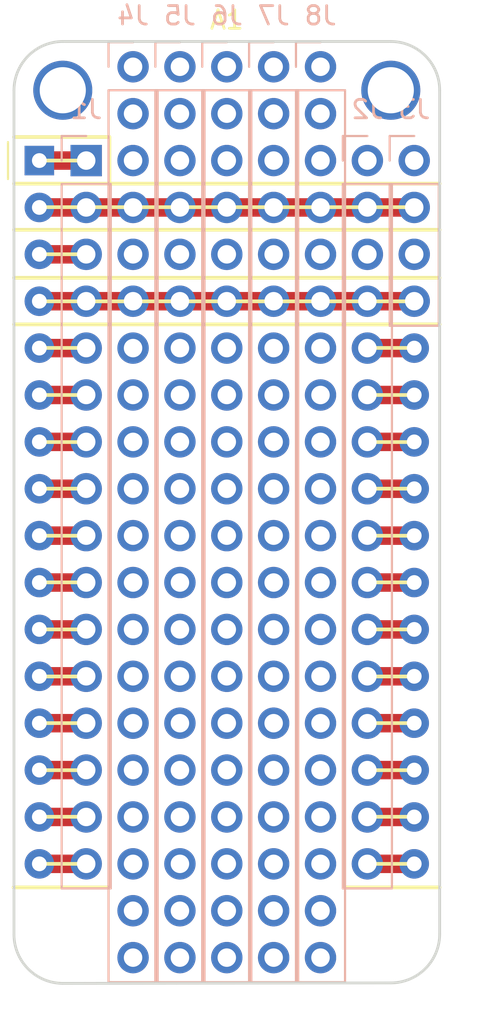
<source format=kicad_pcb>
(kicad_pcb (version 20171130) (host pcbnew 5.0.2-bee76a0~70~ubuntu18.04.1)

  (general
    (thickness 1.6)
    (drawings 46)
    (tracks 38)
    (zones 0)
    (modules 9)
    (nets 29)
  )

  (page A4)
  (layers
    (0 F.Cu signal)
    (31 B.Cu signal)
    (32 B.Adhes user)
    (33 F.Adhes user)
    (34 B.Paste user)
    (35 F.Paste user)
    (36 B.SilkS user)
    (37 F.SilkS user)
    (38 B.Mask user)
    (39 F.Mask user)
    (40 Dwgs.User user)
    (41 Cmts.User user)
    (42 Eco1.User user)
    (43 Eco2.User user)
    (44 Edge.Cuts user)
    (45 Margin user)
    (46 B.CrtYd user)
    (47 F.CrtYd user)
    (48 B.Fab user)
    (49 F.Fab user)
  )

  (setup
    (last_trace_width 1)
    (user_trace_width 1)
    (trace_clearance 0.2)
    (zone_clearance 0.508)
    (zone_45_only no)
    (trace_min 0.2)
    (segment_width 0.2)
    (edge_width 0.15)
    (via_size 0.8)
    (via_drill 0.4)
    (via_min_size 0.4)
    (via_min_drill 0.3)
    (uvia_size 0.3)
    (uvia_drill 0.1)
    (uvias_allowed no)
    (uvia_min_size 0.2)
    (uvia_min_drill 0.1)
    (pcb_text_width 0.3)
    (pcb_text_size 1.5 1.5)
    (mod_edge_width 0.15)
    (mod_text_size 1 1)
    (mod_text_width 0.15)
    (pad_size 1.7 1.7)
    (pad_drill 1)
    (pad_to_mask_clearance 0.051)
    (solder_mask_min_width 0.25)
    (aux_axis_origin 0 0)
    (visible_elements FFFFFF7F)
    (pcbplotparams
      (layerselection 0x010ec_ffffffff)
      (usegerberextensions false)
      (usegerberattributes false)
      (usegerberadvancedattributes false)
      (creategerberjobfile false)
      (excludeedgelayer true)
      (linewidth 0.100000)
      (plotframeref false)
      (viasonmask false)
      (mode 1)
      (useauxorigin false)
      (hpglpennumber 1)
      (hpglpenspeed 20)
      (hpglpendiameter 15.000000)
      (psnegative false)
      (psa4output false)
      (plotreference false)
      (plotvalue false)
      (plotinvisibletext false)
      (padsonsilk false)
      (subtractmaskfromsilk false)
      (outputformat 1)
      (mirror false)
      (drillshape 0)
      (scaleselection 1)
      (outputdirectory "gerber/"))
  )

  (net 0 "")
  (net 1 /SPARE)
  (net 2 /TX)
  (net 3 /RX)
  (net 4 /MISO)
  (net 5 /MOSI)
  (net 6 /SCK)
  (net 7 /A5)
  (net 8 /A4)
  (net 9 /A3)
  (net 10 /A2)
  (net 11 /A1)
  (net 12 /A0)
  (net 13 GNDD)
  (net 14 /AREF)
  (net 15 +3V3)
  (net 16 /~RESET)
  (net 17 +BATT)
  (net 18 /EN)
  (net 19 VBUS)
  (net 20 /D6)
  (net 21 /D5)
  (net 22 /D4)
  (net 23 /D3)
  (net 24 /D2)
  (net 25 /D1)
  (net 26 /D0)
  (net 27 /SCL)
  (net 28 /SDA)

  (net_class Default "This is the default net class."
    (clearance 0.2)
    (trace_width 0.25)
    (via_dia 0.8)
    (via_drill 0.4)
    (uvia_dia 0.3)
    (uvia_drill 0.1)
    (add_net +3V3)
    (add_net +BATT)
    (add_net /A0)
    (add_net /A1)
    (add_net /A2)
    (add_net /A3)
    (add_net /A4)
    (add_net /A5)
    (add_net /AREF)
    (add_net /D0)
    (add_net /D1)
    (add_net /D2)
    (add_net /D3)
    (add_net /D4)
    (add_net /D5)
    (add_net /D6)
    (add_net /EN)
    (add_net /MISO)
    (add_net /MOSI)
    (add_net /RX)
    (add_net /SCK)
    (add_net /SCL)
    (add_net /SDA)
    (add_net /SPARE)
    (add_net /TX)
    (add_net /~RESET)
    (add_net GNDD)
    (add_net VBUS)
  )

  (module Module:Adafruit_Feather_WithMountingHoles (layer F.Cu) (tedit 5F74A135) (tstamp 6147D768)
    (at 100 70)
    (descr "Common footprint for the Adafruit Feather series of boards, https://learn.adafruit.com/adafruit-feather/feather-specification")
    (tags "Adafruit Feather")
    (path /61389DC7)
    (fp_text reference A1 (at 10.16 -7.62) (layer F.SilkS)
      (effects (font (size 1 1) (thickness 0.15)))
    )
    (fp_text value Adafruit_Feather_Generic (at 10.16 45.72 180) (layer F.Fab)
      (effects (font (size 1 1) (thickness 0.15)))
    )
    (fp_line (start -0.381 0) (end -1.27 0.889) (layer F.Fab) (width 0.1))
    (fp_line (start -1.27 -0.889) (end -0.381 0) (layer F.Fab) (width 0.1))
    (fp_line (start -1.7 1) (end -1.7 -1) (layer F.SilkS) (width 0.12))
    (fp_line (start 19.05 -6.6) (end 1.27 -6.6) (layer F.CrtYd) (width 0.05))
    (fp_line (start 21.59 41.91) (end 21.59 -3.81) (layer F.Fab) (width 0.1))
    (fp_line (start 1.27 44.45) (end 19.05 44.45) (layer F.Fab) (width 0.1))
    (fp_line (start -1.27 -3.81) (end -1.27 41.91) (layer F.Fab) (width 0.1))
    (fp_line (start 19.05 -6.35) (end 1.27 -6.35) (layer F.Fab) (width 0.1))
    (fp_line (start -1.38 -3.81) (end -1.38 41.91) (layer F.SilkS) (width 0.12))
    (fp_line (start 21.7 -3.81) (end 21.7 41.91) (layer F.SilkS) (width 0.12))
    (fp_line (start 19.05 44.56) (end 1.27 44.56) (layer F.SilkS) (width 0.12))
    (fp_line (start 19.05 -6.46) (end 1.27 -6.46) (layer F.SilkS) (width 0.12))
    (fp_line (start -1.52 41.91) (end -1.52 -3.81) (layer F.CrtYd) (width 0.05))
    (fp_line (start 19.05 44.7) (end 1.27 44.7) (layer F.CrtYd) (width 0.05))
    (fp_line (start 21.84 41.91) (end 21.84 -3.81) (layer F.CrtYd) (width 0.05))
    (fp_arc (start 19.05 -3.81) (end 21.84 -3.81) (angle -90) (layer F.CrtYd) (width 0.05))
    (fp_arc (start 1.27 -3.81) (end 1.27 -6.6) (angle -90) (layer F.CrtYd) (width 0.05))
    (fp_arc (start 19.05 41.91) (end 21.59 41.91) (angle 90) (layer F.Fab) (width 0.1))
    (fp_arc (start 1.27 41.91) (end -1.27 41.91) (angle -88.9) (layer F.Fab) (width 0.1))
    (fp_arc (start 1.27 -3.81) (end -1.27 -3.81) (angle 90) (layer F.Fab) (width 0.1))
    (fp_arc (start 19.05 -3.81) (end 19.05 -6.35) (angle 90) (layer F.Fab) (width 0.1))
    (fp_arc (start 1.27 41.91) (end -1.38 41.91) (angle -90) (layer F.SilkS) (width 0.12))
    (fp_arc (start 19.05 41.91) (end 19.05 44.56) (angle -90) (layer F.SilkS) (width 0.12))
    (fp_arc (start 1.27 -3.81) (end 1.27 -6.46) (angle -90) (layer F.SilkS) (width 0.12))
    (fp_arc (start 19.05 -3.81) (end 21.7 -3.81) (angle -90) (layer F.SilkS) (width 0.12))
    (fp_arc (start 1.27 41.91) (end -1.52 41.91) (angle -90) (layer F.CrtYd) (width 0.05))
    (fp_arc (start 19.05 41.91) (end 19.05 44.7) (angle -90) (layer F.CrtYd) (width 0.05))
    (fp_text user %R (at 10.16 19.05 180) (layer F.Fab)
      (effects (font (size 1 1) (thickness 0.15)))
    )
    (pad 16 thru_hole circle (at 0 38.1 180) (size 1.6 1.6) (drill 0.8) (layers *.Cu *.Mask)
      (net 1 /SPARE))
    (pad 15 thru_hole circle (at 0 35.56 180) (size 1.6 1.6) (drill 0.8) (layers *.Cu *.Mask)
      (net 2 /TX))
    (pad 14 thru_hole circle (at 0 33.02 180) (size 1.6 1.6) (drill 0.8) (layers *.Cu *.Mask)
      (net 3 /RX))
    (pad 13 thru_hole circle (at 0 30.48 180) (size 1.6 1.6) (drill 0.8) (layers *.Cu *.Mask)
      (net 4 /MISO))
    (pad 12 thru_hole circle (at 0 27.94 180) (size 1.6 1.6) (drill 0.8) (layers *.Cu *.Mask)
      (net 5 /MOSI))
    (pad 11 thru_hole circle (at 0 25.4 180) (size 1.6 1.6) (drill 0.8) (layers *.Cu *.Mask)
      (net 6 /SCK))
    (pad 10 thru_hole circle (at 0 22.86 180) (size 1.6 1.6) (drill 0.8) (layers *.Cu *.Mask)
      (net 7 /A5))
    (pad 9 thru_hole circle (at 0 20.32 180) (size 1.6 1.6) (drill 0.8) (layers *.Cu *.Mask)
      (net 8 /A4))
    (pad 8 thru_hole circle (at 0 17.78 180) (size 1.6 1.6) (drill 0.8) (layers *.Cu *.Mask)
      (net 9 /A3))
    (pad 7 thru_hole circle (at 0 15.24 180) (size 1.6 1.6) (drill 0.8) (layers *.Cu *.Mask)
      (net 10 /A2))
    (pad 6 thru_hole circle (at 0 12.7 180) (size 1.6 1.6) (drill 0.8) (layers *.Cu *.Mask)
      (net 11 /A1))
    (pad 5 thru_hole circle (at 0 10.16 180) (size 1.6 1.6) (drill 0.8) (layers *.Cu *.Mask)
      (net 12 /A0))
    (pad 4 thru_hole circle (at 0 7.62 180) (size 1.6 1.6) (drill 0.8) (layers *.Cu *.Mask)
      (net 13 GNDD))
    (pad 3 thru_hole circle (at 0 5.08 180) (size 1.6 1.6) (drill 0.8) (layers *.Cu *.Mask)
      (net 14 /AREF))
    (pad 2 thru_hole circle (at 0 2.54 180) (size 1.6 1.6) (drill 0.8) (layers *.Cu *.Mask)
      (net 15 +3V3))
    (pad 1 thru_hole rect (at 0 0 180) (size 1.6 1.6) (drill 0.8) (layers *.Cu *.Mask)
      (net 16 /~RESET))
    (pad 28 thru_hole circle (at 20.32 10.16 180) (size 1.6 1.6) (drill 0.8) (layers *.Cu *.Mask)
      (net 17 +BATT))
    (pad 27 thru_hole circle (at 20.32 12.7 180) (size 1.6 1.6) (drill 0.8) (layers *.Cu *.Mask)
      (net 18 /EN))
    (pad 26 thru_hole circle (at 20.32 15.24 180) (size 1.6 1.6) (drill 0.8) (layers *.Cu *.Mask)
      (net 19 VBUS))
    (pad 25 thru_hole circle (at 20.32 17.78 180) (size 1.6 1.6) (drill 0.8) (layers *.Cu *.Mask)
      (net 20 /D6))
    (pad 24 thru_hole circle (at 20.32 20.32 180) (size 1.6 1.6) (drill 0.8) (layers *.Cu *.Mask)
      (net 21 /D5))
    (pad 23 thru_hole circle (at 20.32 22.86 180) (size 1.6 1.6) (drill 0.8) (layers *.Cu *.Mask)
      (net 22 /D4))
    (pad 22 thru_hole circle (at 20.32 25.4 180) (size 1.6 1.6) (drill 0.8) (layers *.Cu *.Mask)
      (net 23 /D3))
    (pad 21 thru_hole circle (at 20.32 27.94 180) (size 1.6 1.6) (drill 0.8) (layers *.Cu *.Mask)
      (net 24 /D2))
    (pad 20 thru_hole circle (at 20.32 30.48 180) (size 1.6 1.6) (drill 0.8) (layers *.Cu *.Mask)
      (net 25 /D1))
    (pad 19 thru_hole circle (at 20.32 33.02 180) (size 1.6 1.6) (drill 0.8) (layers *.Cu *.Mask)
      (net 26 /D0))
    (pad 18 thru_hole circle (at 20.32 35.56 180) (size 1.6 1.6) (drill 0.8) (layers *.Cu *.Mask)
      (net 27 /SCL))
    (pad 17 thru_hole circle (at 20.32 38.1 180) (size 1.6 1.6) (drill 0.8) (layers *.Cu *.Mask)
      (net 28 /SDA))
    (pad "" np_thru_hole circle (at 19.05 -3.81 270) (size 3.2 3.2) (drill 2.5) (layers *.Cu *.Mask))
    (pad "" np_thru_hole circle (at 19.05 41.91 270) (size 2.54 2.54) (drill 2.54) (layers *.Cu *.Mask))
    (pad "" np_thru_hole circle (at 1.27 -3.81 270) (size 3.2 3.2) (drill 2.5) (layers *.Cu *.Mask))
    (pad "" np_thru_hole circle (at 1.27 41.91 270) (size 2.54 2.54) (drill 2.54) (layers *.Cu *.Mask))
    (model ${KISYS3DMOD}/Module.3dshapes/Adafruit_Feather.wrl
      (at (xyz 0 0 0))
      (scale (xyz 1 1 1))
      (rotate (xyz 0 0 0))
    )
  )

  (module Connector_PinSocket_2.54mm:PinSocket_1x16_P2.54mm_Vertical (layer B.Cu) (tedit 5A19A41E) (tstamp 6147D78C)
    (at 102.54 70 180)
    (descr "Through hole straight socket strip, 1x16, 2.54mm pitch, single row (from Kicad 4.0.7), script generated")
    (tags "Through hole socket strip THT 1x16 2.54mm single row")
    (path /61389F0F)
    (fp_text reference J1 (at 0 2.77 180) (layer B.SilkS)
      (effects (font (size 1 1) (thickness 0.15)) (justify mirror))
    )
    (fp_text value Conn_01x16 (at 0 -40.87 180) (layer B.Fab)
      (effects (font (size 1 1) (thickness 0.15)) (justify mirror))
    )
    (fp_line (start -1.27 1.27) (end 0.635 1.27) (layer B.Fab) (width 0.1))
    (fp_line (start 0.635 1.27) (end 1.27 0.635) (layer B.Fab) (width 0.1))
    (fp_line (start 1.27 0.635) (end 1.27 -39.37) (layer B.Fab) (width 0.1))
    (fp_line (start 1.27 -39.37) (end -1.27 -39.37) (layer B.Fab) (width 0.1))
    (fp_line (start -1.27 -39.37) (end -1.27 1.27) (layer B.Fab) (width 0.1))
    (fp_line (start -1.33 -1.27) (end 1.33 -1.27) (layer B.SilkS) (width 0.12))
    (fp_line (start -1.33 -1.27) (end -1.33 -39.43) (layer B.SilkS) (width 0.12))
    (fp_line (start -1.33 -39.43) (end 1.33 -39.43) (layer B.SilkS) (width 0.12))
    (fp_line (start 1.33 -1.27) (end 1.33 -39.43) (layer B.SilkS) (width 0.12))
    (fp_line (start 1.33 1.33) (end 1.33 0) (layer B.SilkS) (width 0.12))
    (fp_line (start 0 1.33) (end 1.33 1.33) (layer B.SilkS) (width 0.12))
    (fp_line (start -1.8 1.8) (end 1.75 1.8) (layer B.CrtYd) (width 0.05))
    (fp_line (start 1.75 1.8) (end 1.75 -39.9) (layer B.CrtYd) (width 0.05))
    (fp_line (start 1.75 -39.9) (end -1.8 -39.9) (layer B.CrtYd) (width 0.05))
    (fp_line (start -1.8 -39.9) (end -1.8 1.8) (layer B.CrtYd) (width 0.05))
    (fp_text user %R (at 0 -19.05 90) (layer B.Fab)
      (effects (font (size 1 1) (thickness 0.15)) (justify mirror))
    )
    (pad 1 thru_hole rect (at 0 0 180) (size 1.7 1.7) (drill 1) (layers *.Cu *.Mask)
      (net 16 /~RESET))
    (pad 2 thru_hole oval (at 0 -2.54 180) (size 1.7 1.7) (drill 1) (layers *.Cu *.Mask)
      (net 15 +3V3))
    (pad 3 thru_hole oval (at 0 -5.08 180) (size 1.7 1.7) (drill 1) (layers *.Cu *.Mask)
      (net 14 /AREF))
    (pad 4 thru_hole oval (at 0 -7.62 180) (size 1.7 1.7) (drill 1) (layers *.Cu *.Mask)
      (net 13 GNDD))
    (pad 5 thru_hole oval (at 0 -10.16 180) (size 1.7 1.7) (drill 1) (layers *.Cu *.Mask)
      (net 12 /A0))
    (pad 6 thru_hole oval (at 0 -12.7 180) (size 1.7 1.7) (drill 1) (layers *.Cu *.Mask)
      (net 11 /A1))
    (pad 7 thru_hole oval (at 0 -15.24 180) (size 1.7 1.7) (drill 1) (layers *.Cu *.Mask)
      (net 10 /A2))
    (pad 8 thru_hole oval (at 0 -17.78 180) (size 1.7 1.7) (drill 1) (layers *.Cu *.Mask)
      (net 9 /A3))
    (pad 9 thru_hole oval (at 0 -20.32 180) (size 1.7 1.7) (drill 1) (layers *.Cu *.Mask)
      (net 8 /A4))
    (pad 10 thru_hole oval (at 0 -22.86 180) (size 1.7 1.7) (drill 1) (layers *.Cu *.Mask)
      (net 7 /A5))
    (pad 11 thru_hole oval (at 0 -25.4 180) (size 1.7 1.7) (drill 1) (layers *.Cu *.Mask)
      (net 6 /SCK))
    (pad 12 thru_hole oval (at 0 -27.94 180) (size 1.7 1.7) (drill 1) (layers *.Cu *.Mask)
      (net 5 /MOSI))
    (pad 13 thru_hole oval (at 0 -30.48 180) (size 1.7 1.7) (drill 1) (layers *.Cu *.Mask)
      (net 4 /MISO))
    (pad 14 thru_hole oval (at 0 -33.02 180) (size 1.7 1.7) (drill 1) (layers *.Cu *.Mask)
      (net 3 /RX))
    (pad 15 thru_hole oval (at 0 -35.56 180) (size 1.7 1.7) (drill 1) (layers *.Cu *.Mask)
      (net 2 /TX))
    (pad 16 thru_hole oval (at 0 -38.1 180) (size 1.7 1.7) (drill 1) (layers *.Cu *.Mask)
      (net 1 /SPARE))
    (model ${KISYS3DMOD}/Connector_PinSocket_2.54mm.3dshapes/PinSocket_1x16_P2.54mm_Vertical.wrl
      (at (xyz 0 0 0))
      (scale (xyz 1 1 1))
      (rotate (xyz 0 0 0))
    )
  )

  (module Connector_PinSocket_2.54mm:PinSocket_1x16_P2.54mm_Vertical (layer B.Cu) (tedit 6138A5B7) (tstamp 6147D7B0)
    (at 117.78 70 180)
    (descr "Through hole straight socket strip, 1x16, 2.54mm pitch, single row (from Kicad 4.0.7), script generated")
    (tags "Through hole socket strip THT 1x16 2.54mm single row")
    (path /61389FD5)
    (fp_text reference J2 (at 0 2.77 180) (layer B.SilkS)
      (effects (font (size 1 1) (thickness 0.15)) (justify mirror))
    )
    (fp_text value Conn_01x16 (at 0 -40.87 180) (layer B.Fab)
      (effects (font (size 1 1) (thickness 0.15)) (justify mirror))
    )
    (fp_text user %R (at 0 -19.05 90) (layer B.Fab)
      (effects (font (size 1 1) (thickness 0.15)) (justify mirror))
    )
    (fp_line (start -1.8 -39.9) (end -1.8 1.8) (layer B.CrtYd) (width 0.05))
    (fp_line (start 1.75 -39.9) (end -1.8 -39.9) (layer B.CrtYd) (width 0.05))
    (fp_line (start 1.75 1.8) (end 1.75 -39.9) (layer B.CrtYd) (width 0.05))
    (fp_line (start -1.8 1.8) (end 1.75 1.8) (layer B.CrtYd) (width 0.05))
    (fp_line (start 0 1.33) (end 1.33 1.33) (layer B.SilkS) (width 0.12))
    (fp_line (start 1.33 1.33) (end 1.33 0) (layer B.SilkS) (width 0.12))
    (fp_line (start 1.33 -1.27) (end 1.33 -39.43) (layer B.SilkS) (width 0.12))
    (fp_line (start -1.33 -39.43) (end 1.33 -39.43) (layer B.SilkS) (width 0.12))
    (fp_line (start -1.33 -1.27) (end -1.33 -39.43) (layer B.SilkS) (width 0.12))
    (fp_line (start -1.33 -1.27) (end 1.33 -1.27) (layer B.SilkS) (width 0.12))
    (fp_line (start -1.27 -39.37) (end -1.27 1.27) (layer B.Fab) (width 0.1))
    (fp_line (start 1.27 -39.37) (end -1.27 -39.37) (layer B.Fab) (width 0.1))
    (fp_line (start 1.27 0.635) (end 1.27 -39.37) (layer B.Fab) (width 0.1))
    (fp_line (start 0.635 1.27) (end 1.27 0.635) (layer B.Fab) (width 0.1))
    (fp_line (start -1.27 1.27) (end 0.635 1.27) (layer B.Fab) (width 0.1))
    (pad 16 thru_hole oval (at 0 -38.1 180) (size 1.7 1.7) (drill 1) (layers *.Cu *.Mask)
      (net 28 /SDA))
    (pad 15 thru_hole oval (at 0 -35.56 180) (size 1.7 1.7) (drill 1) (layers *.Cu *.Mask)
      (net 27 /SCL))
    (pad 14 thru_hole oval (at 0 -33.02 180) (size 1.7 1.7) (drill 1) (layers *.Cu *.Mask)
      (net 26 /D0))
    (pad 13 thru_hole oval (at 0 -30.48 180) (size 1.7 1.7) (drill 1) (layers *.Cu *.Mask)
      (net 25 /D1))
    (pad 12 thru_hole oval (at 0 -27.94 180) (size 1.7 1.7) (drill 1) (layers *.Cu *.Mask)
      (net 24 /D2))
    (pad 11 thru_hole oval (at 0 -25.4 180) (size 1.7 1.7) (drill 1) (layers *.Cu *.Mask)
      (net 23 /D3))
    (pad 10 thru_hole oval (at 0 -22.86 180) (size 1.7 1.7) (drill 1) (layers *.Cu *.Mask)
      (net 22 /D4))
    (pad 9 thru_hole oval (at 0 -20.32 180) (size 1.7 1.7) (drill 1) (layers *.Cu *.Mask)
      (net 21 /D5))
    (pad 8 thru_hole oval (at 0 -17.78 180) (size 1.7 1.7) (drill 1) (layers *.Cu *.Mask)
      (net 20 /D6))
    (pad 7 thru_hole oval (at 0 -15.24 180) (size 1.7 1.7) (drill 1) (layers *.Cu *.Mask)
      (net 19 VBUS))
    (pad 6 thru_hole oval (at 0 -12.7 180) (size 1.7 1.7) (drill 1) (layers *.Cu *.Mask)
      (net 18 /EN))
    (pad 5 thru_hole oval (at 0 -10.16 180) (size 1.7 1.7) (drill 1) (layers *.Cu *.Mask)
      (net 17 +BATT))
    (pad 4 thru_hole oval (at 0 -7.62 180) (size 1.7 1.7) (drill 1) (layers *.Cu *.Mask)
      (net 13 GNDD))
    (pad 3 thru_hole oval (at 0 -5.08 180) (size 1.7 1.7) (drill 1) (layers *.Cu *.Mask))
    (pad 2 thru_hole oval (at 0 -2.54 180) (size 1.7 1.7) (drill 1) (layers *.Cu *.Mask)
      (net 15 +3V3))
    (pad 1 thru_hole circle (at 0 0 180) (size 1.7 1.7) (drill 1) (layers *.Cu *.Mask))
    (model ${KISYS3DMOD}/Connector_PinSocket_2.54mm.3dshapes/PinSocket_1x16_P2.54mm_Vertical.wrl
      (at (xyz 0 0 0))
      (scale (xyz 1 1 1))
      (rotate (xyz 0 0 0))
    )
  )

  (module Connector_PinSocket_2.54mm:PinSocket_1x04_P2.54mm_Vertical (layer B.Cu) (tedit 6138A3FE) (tstamp 6147D7C8)
    (at 120.32 70 180)
    (descr "Through hole straight socket strip, 1x04, 2.54mm pitch, single row (from Kicad 4.0.7), script generated")
    (tags "Through hole socket strip THT 1x04 2.54mm single row")
    (path /6138C442)
    (fp_text reference J3 (at 0 2.77 180) (layer B.SilkS)
      (effects (font (size 1 1) (thickness 0.15)) (justify mirror))
    )
    (fp_text value Conn_01x04 (at 0 -10.39 180) (layer B.Fab)
      (effects (font (size 1 1) (thickness 0.15)) (justify mirror))
    )
    (fp_line (start -1.27 1.27) (end 0.635 1.27) (layer B.Fab) (width 0.1))
    (fp_line (start 0.635 1.27) (end 1.27 0.635) (layer B.Fab) (width 0.1))
    (fp_line (start 1.27 0.635) (end 1.27 -8.89) (layer B.Fab) (width 0.1))
    (fp_line (start 1.27 -8.89) (end -1.27 -8.89) (layer B.Fab) (width 0.1))
    (fp_line (start -1.27 -8.89) (end -1.27 1.27) (layer B.Fab) (width 0.1))
    (fp_line (start -1.33 -1.27) (end 1.33 -1.27) (layer B.SilkS) (width 0.12))
    (fp_line (start -1.33 -1.27) (end -1.33 -8.95) (layer B.SilkS) (width 0.12))
    (fp_line (start -1.33 -8.95) (end 1.33 -8.95) (layer B.SilkS) (width 0.12))
    (fp_line (start 1.33 -1.27) (end 1.33 -8.95) (layer B.SilkS) (width 0.12))
    (fp_line (start 1.33 1.33) (end 1.33 0) (layer B.SilkS) (width 0.12))
    (fp_line (start 0 1.33) (end 1.33 1.33) (layer B.SilkS) (width 0.12))
    (fp_line (start -1.8 1.8) (end 1.75 1.8) (layer B.CrtYd) (width 0.05))
    (fp_line (start 1.75 1.8) (end 1.75 -9.4) (layer B.CrtYd) (width 0.05))
    (fp_line (start 1.75 -9.4) (end -1.8 -9.4) (layer B.CrtYd) (width 0.05))
    (fp_line (start -1.8 -9.4) (end -1.8 1.8) (layer B.CrtYd) (width 0.05))
    (fp_text user %R (at 0 -3.81 90) (layer B.Fab)
      (effects (font (size 1 1) (thickness 0.15)) (justify mirror))
    )
    (pad 1 thru_hole circle (at 0 0 180) (size 1.7 1.7) (drill 1) (layers *.Cu *.Mask))
    (pad 2 thru_hole oval (at 0 -2.54 180) (size 1.7 1.7) (drill 1) (layers *.Cu *.Mask)
      (net 15 +3V3))
    (pad 3 thru_hole oval (at 0 -5.08 180) (size 1.7 1.7) (drill 1) (layers *.Cu *.Mask))
    (pad 4 thru_hole oval (at 0 -7.62 180) (size 1.7 1.7) (drill 1) (layers *.Cu *.Mask)
      (net 13 GNDD))
    (model ${KISYS3DMOD}/Connector_PinSocket_2.54mm.3dshapes/PinSocket_1x04_P2.54mm_Vertical.wrl
      (at (xyz 0 0 0))
      (scale (xyz 1 1 1))
      (rotate (xyz 0 0 0))
    )
  )

  (module Connector_PinSocket_2.54mm:PinSocket_1x20_P2.54mm_Vertical (layer B.Cu) (tedit 6138A3D8) (tstamp 6147D7F0)
    (at 105.08 64.92 180)
    (descr "Through hole straight socket strip, 1x20, 2.54mm pitch, single row (from Kicad 4.0.7), script generated")
    (tags "Through hole socket strip THT 1x20 2.54mm single row")
    (path /6138A36F)
    (fp_text reference J4 (at 0 2.77 180) (layer B.SilkS)
      (effects (font (size 1 1) (thickness 0.15)) (justify mirror))
    )
    (fp_text value Conn_01x20 (at 0 -51.03 180) (layer B.Fab)
      (effects (font (size 1 1) (thickness 0.15)) (justify mirror))
    )
    (fp_line (start -1.27 1.27) (end 0.635 1.27) (layer B.Fab) (width 0.1))
    (fp_line (start 0.635 1.27) (end 1.27 0.635) (layer B.Fab) (width 0.1))
    (fp_line (start 1.27 0.635) (end 1.27 -49.53) (layer B.Fab) (width 0.1))
    (fp_line (start 1.27 -49.53) (end -1.27 -49.53) (layer B.Fab) (width 0.1))
    (fp_line (start -1.27 -49.53) (end -1.27 1.27) (layer B.Fab) (width 0.1))
    (fp_line (start -1.33 -1.27) (end 1.33 -1.27) (layer B.SilkS) (width 0.12))
    (fp_line (start -1.33 -1.27) (end -1.33 -49.59) (layer B.SilkS) (width 0.12))
    (fp_line (start -1.33 -49.59) (end 1.33 -49.59) (layer B.SilkS) (width 0.12))
    (fp_line (start 1.33 -1.27) (end 1.33 -49.59) (layer B.SilkS) (width 0.12))
    (fp_line (start 1.33 1.33) (end 1.33 0) (layer B.SilkS) (width 0.12))
    (fp_line (start 0 1.33) (end 1.33 1.33) (layer B.SilkS) (width 0.12))
    (fp_line (start -1.8 1.8) (end 1.75 1.8) (layer B.CrtYd) (width 0.05))
    (fp_line (start 1.75 1.8) (end 1.75 -50) (layer B.CrtYd) (width 0.05))
    (fp_line (start 1.75 -50) (end -1.8 -50) (layer B.CrtYd) (width 0.05))
    (fp_line (start -1.8 -50) (end -1.8 1.8) (layer B.CrtYd) (width 0.05))
    (fp_text user %R (at 0 -24.13 90) (layer B.Fab)
      (effects (font (size 1 1) (thickness 0.15)) (justify mirror))
    )
    (pad 1 thru_hole circle (at 0 0 180) (size 1.7 1.7) (drill 1) (layers *.Cu *.Mask))
    (pad 2 thru_hole oval (at 0 -2.54 180) (size 1.7 1.7) (drill 1) (layers *.Cu *.Mask))
    (pad 3 thru_hole oval (at 0 -5.08 180) (size 1.7 1.7) (drill 1) (layers *.Cu *.Mask))
    (pad 4 thru_hole oval (at 0 -7.62 180) (size 1.7 1.7) (drill 1) (layers *.Cu *.Mask)
      (net 15 +3V3))
    (pad 5 thru_hole oval (at 0 -10.16 180) (size 1.7 1.7) (drill 1) (layers *.Cu *.Mask))
    (pad 6 thru_hole oval (at 0 -12.7 180) (size 1.7 1.7) (drill 1) (layers *.Cu *.Mask)
      (net 13 GNDD))
    (pad 7 thru_hole oval (at 0 -15.24 180) (size 1.7 1.7) (drill 1) (layers *.Cu *.Mask))
    (pad 8 thru_hole oval (at 0 -17.78 180) (size 1.7 1.7) (drill 1) (layers *.Cu *.Mask))
    (pad 9 thru_hole oval (at 0 -20.32 180) (size 1.7 1.7) (drill 1) (layers *.Cu *.Mask))
    (pad 10 thru_hole oval (at 0 -22.86 180) (size 1.7 1.7) (drill 1) (layers *.Cu *.Mask))
    (pad 11 thru_hole oval (at 0 -25.4 180) (size 1.7 1.7) (drill 1) (layers *.Cu *.Mask))
    (pad 12 thru_hole oval (at 0 -27.94 180) (size 1.7 1.7) (drill 1) (layers *.Cu *.Mask))
    (pad 13 thru_hole oval (at 0 -30.48 180) (size 1.7 1.7) (drill 1) (layers *.Cu *.Mask))
    (pad 14 thru_hole oval (at 0 -33.02 180) (size 1.7 1.7) (drill 1) (layers *.Cu *.Mask))
    (pad 15 thru_hole oval (at 0 -35.56 180) (size 1.7 1.7) (drill 1) (layers *.Cu *.Mask))
    (pad 16 thru_hole oval (at 0 -38.1 180) (size 1.7 1.7) (drill 1) (layers *.Cu *.Mask))
    (pad 17 thru_hole oval (at 0 -40.64 180) (size 1.7 1.7) (drill 1) (layers *.Cu *.Mask))
    (pad 18 thru_hole oval (at 0 -43.18 180) (size 1.7 1.7) (drill 1) (layers *.Cu *.Mask))
    (pad 19 thru_hole oval (at 0 -45.72 180) (size 1.7 1.7) (drill 1) (layers *.Cu *.Mask))
    (pad 20 thru_hole oval (at 0 -48.26 180) (size 1.7 1.7) (drill 1) (layers *.Cu *.Mask))
    (model ${KISYS3DMOD}/Connector_PinSocket_2.54mm.3dshapes/PinSocket_1x20_P2.54mm_Vertical.wrl
      (at (xyz 0 0 0))
      (scale (xyz 1 1 1))
      (rotate (xyz 0 0 0))
    )
  )

  (module Connector_PinSocket_2.54mm:PinSocket_1x20_P2.54mm_Vertical (layer B.Cu) (tedit 6138A3DE) (tstamp 6147D818)
    (at 107.62 64.92 180)
    (descr "Through hole straight socket strip, 1x20, 2.54mm pitch, single row (from Kicad 4.0.7), script generated")
    (tags "Through hole socket strip THT 1x20 2.54mm single row")
    (path /6138D268)
    (fp_text reference J5 (at 0 2.77 180) (layer B.SilkS)
      (effects (font (size 1 1) (thickness 0.15)) (justify mirror))
    )
    (fp_text value Conn_01x20 (at 0 -51.03 180) (layer B.Fab)
      (effects (font (size 1 1) (thickness 0.15)) (justify mirror))
    )
    (fp_text user %R (at 0 -24.13 90) (layer B.Fab)
      (effects (font (size 1 1) (thickness 0.15)) (justify mirror))
    )
    (fp_line (start -1.8 -50) (end -1.8 1.8) (layer B.CrtYd) (width 0.05))
    (fp_line (start 1.75 -50) (end -1.8 -50) (layer B.CrtYd) (width 0.05))
    (fp_line (start 1.75 1.8) (end 1.75 -50) (layer B.CrtYd) (width 0.05))
    (fp_line (start -1.8 1.8) (end 1.75 1.8) (layer B.CrtYd) (width 0.05))
    (fp_line (start 0 1.33) (end 1.33 1.33) (layer B.SilkS) (width 0.12))
    (fp_line (start 1.33 1.33) (end 1.33 0) (layer B.SilkS) (width 0.12))
    (fp_line (start 1.33 -1.27) (end 1.33 -49.59) (layer B.SilkS) (width 0.12))
    (fp_line (start -1.33 -49.59) (end 1.33 -49.59) (layer B.SilkS) (width 0.12))
    (fp_line (start -1.33 -1.27) (end -1.33 -49.59) (layer B.SilkS) (width 0.12))
    (fp_line (start -1.33 -1.27) (end 1.33 -1.27) (layer B.SilkS) (width 0.12))
    (fp_line (start -1.27 -49.53) (end -1.27 1.27) (layer B.Fab) (width 0.1))
    (fp_line (start 1.27 -49.53) (end -1.27 -49.53) (layer B.Fab) (width 0.1))
    (fp_line (start 1.27 0.635) (end 1.27 -49.53) (layer B.Fab) (width 0.1))
    (fp_line (start 0.635 1.27) (end 1.27 0.635) (layer B.Fab) (width 0.1))
    (fp_line (start -1.27 1.27) (end 0.635 1.27) (layer B.Fab) (width 0.1))
    (pad 20 thru_hole oval (at 0 -48.26 180) (size 1.7 1.7) (drill 1) (layers *.Cu *.Mask))
    (pad 19 thru_hole oval (at 0 -45.72 180) (size 1.7 1.7) (drill 1) (layers *.Cu *.Mask))
    (pad 18 thru_hole oval (at 0 -43.18 180) (size 1.7 1.7) (drill 1) (layers *.Cu *.Mask))
    (pad 17 thru_hole oval (at 0 -40.64 180) (size 1.7 1.7) (drill 1) (layers *.Cu *.Mask))
    (pad 16 thru_hole oval (at 0 -38.1 180) (size 1.7 1.7) (drill 1) (layers *.Cu *.Mask))
    (pad 15 thru_hole oval (at 0 -35.56 180) (size 1.7 1.7) (drill 1) (layers *.Cu *.Mask))
    (pad 14 thru_hole oval (at 0 -33.02 180) (size 1.7 1.7) (drill 1) (layers *.Cu *.Mask))
    (pad 13 thru_hole oval (at 0 -30.48 180) (size 1.7 1.7) (drill 1) (layers *.Cu *.Mask))
    (pad 12 thru_hole oval (at 0 -27.94 180) (size 1.7 1.7) (drill 1) (layers *.Cu *.Mask))
    (pad 11 thru_hole oval (at 0 -25.4 180) (size 1.7 1.7) (drill 1) (layers *.Cu *.Mask))
    (pad 10 thru_hole oval (at 0 -22.86 180) (size 1.7 1.7) (drill 1) (layers *.Cu *.Mask))
    (pad 9 thru_hole oval (at 0 -20.32 180) (size 1.7 1.7) (drill 1) (layers *.Cu *.Mask))
    (pad 8 thru_hole oval (at 0 -17.78 180) (size 1.7 1.7) (drill 1) (layers *.Cu *.Mask))
    (pad 7 thru_hole oval (at 0 -15.24 180) (size 1.7 1.7) (drill 1) (layers *.Cu *.Mask))
    (pad 6 thru_hole oval (at 0 -12.7 180) (size 1.7 1.7) (drill 1) (layers *.Cu *.Mask)
      (net 13 GNDD))
    (pad 5 thru_hole oval (at 0 -10.16 180) (size 1.7 1.7) (drill 1) (layers *.Cu *.Mask))
    (pad 4 thru_hole oval (at 0 -7.62 180) (size 1.7 1.7) (drill 1) (layers *.Cu *.Mask)
      (net 15 +3V3))
    (pad 3 thru_hole oval (at 0 -5.08 180) (size 1.7 1.7) (drill 1) (layers *.Cu *.Mask))
    (pad 2 thru_hole oval (at 0 -2.54 180) (size 1.7 1.7) (drill 1) (layers *.Cu *.Mask))
    (pad 1 thru_hole circle (at 0 0 180) (size 1.7 1.7) (drill 1) (layers *.Cu *.Mask))
    (model ${KISYS3DMOD}/Connector_PinSocket_2.54mm.3dshapes/PinSocket_1x20_P2.54mm_Vertical.wrl
      (at (xyz 0 0 0))
      (scale (xyz 1 1 1))
      (rotate (xyz 0 0 0))
    )
  )

  (module Connector_PinSocket_2.54mm:PinSocket_1x20_P2.54mm_Vertical (layer B.Cu) (tedit 6138A3E7) (tstamp 6147D840)
    (at 110.16 64.92 180)
    (descr "Through hole straight socket strip, 1x20, 2.54mm pitch, single row (from Kicad 4.0.7), script generated")
    (tags "Through hole socket strip THT 1x20 2.54mm single row")
    (path /6138D458)
    (fp_text reference J6 (at 0 2.77 180) (layer B.SilkS)
      (effects (font (size 1 1) (thickness 0.15)) (justify mirror))
    )
    (fp_text value Conn_01x20 (at 0 -51.03 180) (layer B.Fab)
      (effects (font (size 1 1) (thickness 0.15)) (justify mirror))
    )
    (fp_line (start -1.27 1.27) (end 0.635 1.27) (layer B.Fab) (width 0.1))
    (fp_line (start 0.635 1.27) (end 1.27 0.635) (layer B.Fab) (width 0.1))
    (fp_line (start 1.27 0.635) (end 1.27 -49.53) (layer B.Fab) (width 0.1))
    (fp_line (start 1.27 -49.53) (end -1.27 -49.53) (layer B.Fab) (width 0.1))
    (fp_line (start -1.27 -49.53) (end -1.27 1.27) (layer B.Fab) (width 0.1))
    (fp_line (start -1.33 -1.27) (end 1.33 -1.27) (layer B.SilkS) (width 0.12))
    (fp_line (start -1.33 -1.27) (end -1.33 -49.59) (layer B.SilkS) (width 0.12))
    (fp_line (start -1.33 -49.59) (end 1.33 -49.59) (layer B.SilkS) (width 0.12))
    (fp_line (start 1.33 -1.27) (end 1.33 -49.59) (layer B.SilkS) (width 0.12))
    (fp_line (start 1.33 1.33) (end 1.33 0) (layer B.SilkS) (width 0.12))
    (fp_line (start 0 1.33) (end 1.33 1.33) (layer B.SilkS) (width 0.12))
    (fp_line (start -1.8 1.8) (end 1.75 1.8) (layer B.CrtYd) (width 0.05))
    (fp_line (start 1.75 1.8) (end 1.75 -50) (layer B.CrtYd) (width 0.05))
    (fp_line (start 1.75 -50) (end -1.8 -50) (layer B.CrtYd) (width 0.05))
    (fp_line (start -1.8 -50) (end -1.8 1.8) (layer B.CrtYd) (width 0.05))
    (fp_text user %R (at 0 -24.13 90) (layer B.Fab)
      (effects (font (size 1 1) (thickness 0.15)) (justify mirror))
    )
    (pad 1 thru_hole circle (at 0 0 180) (size 1.7 1.7) (drill 1) (layers *.Cu *.Mask))
    (pad 2 thru_hole oval (at 0 -2.54 180) (size 1.7 1.7) (drill 1) (layers *.Cu *.Mask))
    (pad 3 thru_hole oval (at 0 -5.08 180) (size 1.7 1.7) (drill 1) (layers *.Cu *.Mask))
    (pad 4 thru_hole oval (at 0 -7.62 180) (size 1.7 1.7) (drill 1) (layers *.Cu *.Mask)
      (net 15 +3V3))
    (pad 5 thru_hole oval (at 0 -10.16 180) (size 1.7 1.7) (drill 1) (layers *.Cu *.Mask))
    (pad 6 thru_hole oval (at 0 -12.7 180) (size 1.7 1.7) (drill 1) (layers *.Cu *.Mask)
      (net 13 GNDD))
    (pad 7 thru_hole oval (at 0 -15.24 180) (size 1.7 1.7) (drill 1) (layers *.Cu *.Mask))
    (pad 8 thru_hole oval (at 0 -17.78 180) (size 1.7 1.7) (drill 1) (layers *.Cu *.Mask))
    (pad 9 thru_hole oval (at 0 -20.32 180) (size 1.7 1.7) (drill 1) (layers *.Cu *.Mask))
    (pad 10 thru_hole oval (at 0 -22.86 180) (size 1.7 1.7) (drill 1) (layers *.Cu *.Mask))
    (pad 11 thru_hole oval (at 0 -25.4 180) (size 1.7 1.7) (drill 1) (layers *.Cu *.Mask))
    (pad 12 thru_hole oval (at 0 -27.94 180) (size 1.7 1.7) (drill 1) (layers *.Cu *.Mask))
    (pad 13 thru_hole oval (at 0 -30.48 180) (size 1.7 1.7) (drill 1) (layers *.Cu *.Mask))
    (pad 14 thru_hole oval (at 0 -33.02 180) (size 1.7 1.7) (drill 1) (layers *.Cu *.Mask))
    (pad 15 thru_hole oval (at 0 -35.56 180) (size 1.7 1.7) (drill 1) (layers *.Cu *.Mask))
    (pad 16 thru_hole oval (at 0 -38.1 180) (size 1.7 1.7) (drill 1) (layers *.Cu *.Mask))
    (pad 17 thru_hole oval (at 0 -40.64 180) (size 1.7 1.7) (drill 1) (layers *.Cu *.Mask))
    (pad 18 thru_hole oval (at 0 -43.18 180) (size 1.7 1.7) (drill 1) (layers *.Cu *.Mask))
    (pad 19 thru_hole oval (at 0 -45.72 180) (size 1.7 1.7) (drill 1) (layers *.Cu *.Mask))
    (pad 20 thru_hole oval (at 0 -48.26 180) (size 1.7 1.7) (drill 1) (layers *.Cu *.Mask))
    (model ${KISYS3DMOD}/Connector_PinSocket_2.54mm.3dshapes/PinSocket_1x20_P2.54mm_Vertical.wrl
      (at (xyz 0 0 0))
      (scale (xyz 1 1 1))
      (rotate (xyz 0 0 0))
    )
  )

  (module Connector_PinSocket_2.54mm:PinSocket_1x20_P2.54mm_Vertical (layer B.Cu) (tedit 6138A3EE) (tstamp 6147D868)
    (at 112.7 64.92 180)
    (descr "Through hole straight socket strip, 1x20, 2.54mm pitch, single row (from Kicad 4.0.7), script generated")
    (tags "Through hole socket strip THT 1x20 2.54mm single row")
    (path /6138D6D0)
    (fp_text reference J7 (at 0 2.77 180) (layer B.SilkS)
      (effects (font (size 1 1) (thickness 0.15)) (justify mirror))
    )
    (fp_text value Conn_01x20 (at 0 -51.03 180) (layer B.Fab)
      (effects (font (size 1 1) (thickness 0.15)) (justify mirror))
    )
    (fp_text user %R (at 0 -24.13 90) (layer B.Fab)
      (effects (font (size 1 1) (thickness 0.15)) (justify mirror))
    )
    (fp_line (start -1.8 -50) (end -1.8 1.8) (layer B.CrtYd) (width 0.05))
    (fp_line (start 1.75 -50) (end -1.8 -50) (layer B.CrtYd) (width 0.05))
    (fp_line (start 1.75 1.8) (end 1.75 -50) (layer B.CrtYd) (width 0.05))
    (fp_line (start -1.8 1.8) (end 1.75 1.8) (layer B.CrtYd) (width 0.05))
    (fp_line (start 0 1.33) (end 1.33 1.33) (layer B.SilkS) (width 0.12))
    (fp_line (start 1.33 1.33) (end 1.33 0) (layer B.SilkS) (width 0.12))
    (fp_line (start 1.33 -1.27) (end 1.33 -49.59) (layer B.SilkS) (width 0.12))
    (fp_line (start -1.33 -49.59) (end 1.33 -49.59) (layer B.SilkS) (width 0.12))
    (fp_line (start -1.33 -1.27) (end -1.33 -49.59) (layer B.SilkS) (width 0.12))
    (fp_line (start -1.33 -1.27) (end 1.33 -1.27) (layer B.SilkS) (width 0.12))
    (fp_line (start -1.27 -49.53) (end -1.27 1.27) (layer B.Fab) (width 0.1))
    (fp_line (start 1.27 -49.53) (end -1.27 -49.53) (layer B.Fab) (width 0.1))
    (fp_line (start 1.27 0.635) (end 1.27 -49.53) (layer B.Fab) (width 0.1))
    (fp_line (start 0.635 1.27) (end 1.27 0.635) (layer B.Fab) (width 0.1))
    (fp_line (start -1.27 1.27) (end 0.635 1.27) (layer B.Fab) (width 0.1))
    (pad 20 thru_hole oval (at 0 -48.26 180) (size 1.7 1.7) (drill 1) (layers *.Cu *.Mask))
    (pad 19 thru_hole oval (at 0 -45.72 180) (size 1.7 1.7) (drill 1) (layers *.Cu *.Mask))
    (pad 18 thru_hole oval (at 0 -43.18 180) (size 1.7 1.7) (drill 1) (layers *.Cu *.Mask))
    (pad 17 thru_hole oval (at 0 -40.64 180) (size 1.7 1.7) (drill 1) (layers *.Cu *.Mask))
    (pad 16 thru_hole oval (at 0 -38.1 180) (size 1.7 1.7) (drill 1) (layers *.Cu *.Mask))
    (pad 15 thru_hole oval (at 0 -35.56 180) (size 1.7 1.7) (drill 1) (layers *.Cu *.Mask))
    (pad 14 thru_hole oval (at 0 -33.02 180) (size 1.7 1.7) (drill 1) (layers *.Cu *.Mask))
    (pad 13 thru_hole oval (at 0 -30.48 180) (size 1.7 1.7) (drill 1) (layers *.Cu *.Mask))
    (pad 12 thru_hole oval (at 0 -27.94 180) (size 1.7 1.7) (drill 1) (layers *.Cu *.Mask))
    (pad 11 thru_hole oval (at 0 -25.4 180) (size 1.7 1.7) (drill 1) (layers *.Cu *.Mask))
    (pad 10 thru_hole oval (at 0 -22.86 180) (size 1.7 1.7) (drill 1) (layers *.Cu *.Mask))
    (pad 9 thru_hole oval (at 0 -20.32 180) (size 1.7 1.7) (drill 1) (layers *.Cu *.Mask))
    (pad 8 thru_hole oval (at 0 -17.78 180) (size 1.7 1.7) (drill 1) (layers *.Cu *.Mask))
    (pad 7 thru_hole oval (at 0 -15.24 180) (size 1.7 1.7) (drill 1) (layers *.Cu *.Mask))
    (pad 6 thru_hole oval (at 0 -12.7 180) (size 1.7 1.7) (drill 1) (layers *.Cu *.Mask)
      (net 13 GNDD))
    (pad 5 thru_hole oval (at 0 -10.16 180) (size 1.7 1.7) (drill 1) (layers *.Cu *.Mask))
    (pad 4 thru_hole oval (at 0 -7.62 180) (size 1.7 1.7) (drill 1) (layers *.Cu *.Mask)
      (net 15 +3V3))
    (pad 3 thru_hole oval (at 0 -5.08 180) (size 1.7 1.7) (drill 1) (layers *.Cu *.Mask))
    (pad 2 thru_hole oval (at 0 -2.54 180) (size 1.7 1.7) (drill 1) (layers *.Cu *.Mask))
    (pad 1 thru_hole circle (at 0 0 180) (size 1.7 1.7) (drill 1) (layers *.Cu *.Mask))
    (model ${KISYS3DMOD}/Connector_PinSocket_2.54mm.3dshapes/PinSocket_1x20_P2.54mm_Vertical.wrl
      (at (xyz 0 0 0))
      (scale (xyz 1 1 1))
      (rotate (xyz 0 0 0))
    )
  )

  (module Connector_PinSocket_2.54mm:PinSocket_1x20_P2.54mm_Vertical (layer B.Cu) (tedit 6138A3F3) (tstamp 6147D890)
    (at 115.24 64.92 180)
    (descr "Through hole straight socket strip, 1x20, 2.54mm pitch, single row (from Kicad 4.0.7), script generated")
    (tags "Through hole socket strip THT 1x20 2.54mm single row")
    (path /6138D9F6)
    (fp_text reference J8 (at 0 2.77 180) (layer B.SilkS)
      (effects (font (size 1 1) (thickness 0.15)) (justify mirror))
    )
    (fp_text value Conn_01x20 (at 0 -51.03 180) (layer B.Fab)
      (effects (font (size 1 1) (thickness 0.15)) (justify mirror))
    )
    (fp_line (start -1.27 1.27) (end 0.635 1.27) (layer B.Fab) (width 0.1))
    (fp_line (start 0.635 1.27) (end 1.27 0.635) (layer B.Fab) (width 0.1))
    (fp_line (start 1.27 0.635) (end 1.27 -49.53) (layer B.Fab) (width 0.1))
    (fp_line (start 1.27 -49.53) (end -1.27 -49.53) (layer B.Fab) (width 0.1))
    (fp_line (start -1.27 -49.53) (end -1.27 1.27) (layer B.Fab) (width 0.1))
    (fp_line (start -1.33 -1.27) (end 1.33 -1.27) (layer B.SilkS) (width 0.12))
    (fp_line (start -1.33 -1.27) (end -1.33 -49.59) (layer B.SilkS) (width 0.12))
    (fp_line (start -1.33 -49.59) (end 1.33 -49.59) (layer B.SilkS) (width 0.12))
    (fp_line (start 1.33 -1.27) (end 1.33 -49.59) (layer B.SilkS) (width 0.12))
    (fp_line (start 1.33 1.33) (end 1.33 0) (layer B.SilkS) (width 0.12))
    (fp_line (start 0 1.33) (end 1.33 1.33) (layer B.SilkS) (width 0.12))
    (fp_line (start -1.8 1.8) (end 1.75 1.8) (layer B.CrtYd) (width 0.05))
    (fp_line (start 1.75 1.8) (end 1.75 -50) (layer B.CrtYd) (width 0.05))
    (fp_line (start 1.75 -50) (end -1.8 -50) (layer B.CrtYd) (width 0.05))
    (fp_line (start -1.8 -50) (end -1.8 1.8) (layer B.CrtYd) (width 0.05))
    (fp_text user %R (at 0 -24.13 90) (layer B.Fab)
      (effects (font (size 1 1) (thickness 0.15)) (justify mirror))
    )
    (pad 1 thru_hole circle (at 0 0 180) (size 1.7 1.7) (drill 1) (layers *.Cu *.Mask))
    (pad 2 thru_hole oval (at 0 -2.54 180) (size 1.7 1.7) (drill 1) (layers *.Cu *.Mask))
    (pad 3 thru_hole oval (at 0 -5.08 180) (size 1.7 1.7) (drill 1) (layers *.Cu *.Mask))
    (pad 4 thru_hole oval (at 0 -7.62 180) (size 1.7 1.7) (drill 1) (layers *.Cu *.Mask)
      (net 15 +3V3))
    (pad 5 thru_hole oval (at 0 -10.16 180) (size 1.7 1.7) (drill 1) (layers *.Cu *.Mask))
    (pad 6 thru_hole oval (at 0 -12.7 180) (size 1.7 1.7) (drill 1) (layers *.Cu *.Mask)
      (net 13 GNDD))
    (pad 7 thru_hole oval (at 0 -15.24 180) (size 1.7 1.7) (drill 1) (layers *.Cu *.Mask))
    (pad 8 thru_hole oval (at 0 -17.78 180) (size 1.7 1.7) (drill 1) (layers *.Cu *.Mask))
    (pad 9 thru_hole oval (at 0 -20.32 180) (size 1.7 1.7) (drill 1) (layers *.Cu *.Mask))
    (pad 10 thru_hole oval (at 0 -22.86 180) (size 1.7 1.7) (drill 1) (layers *.Cu *.Mask))
    (pad 11 thru_hole oval (at 0 -25.4 180) (size 1.7 1.7) (drill 1) (layers *.Cu *.Mask))
    (pad 12 thru_hole oval (at 0 -27.94 180) (size 1.7 1.7) (drill 1) (layers *.Cu *.Mask))
    (pad 13 thru_hole oval (at 0 -30.48 180) (size 1.7 1.7) (drill 1) (layers *.Cu *.Mask))
    (pad 14 thru_hole oval (at 0 -33.02 180) (size 1.7 1.7) (drill 1) (layers *.Cu *.Mask))
    (pad 15 thru_hole oval (at 0 -35.56 180) (size 1.7 1.7) (drill 1) (layers *.Cu *.Mask))
    (pad 16 thru_hole oval (at 0 -38.1 180) (size 1.7 1.7) (drill 1) (layers *.Cu *.Mask))
    (pad 17 thru_hole oval (at 0 -40.64 180) (size 1.7 1.7) (drill 1) (layers *.Cu *.Mask))
    (pad 18 thru_hole oval (at 0 -43.18 180) (size 1.7 1.7) (drill 1) (layers *.Cu *.Mask))
    (pad 19 thru_hole oval (at 0 -45.72 180) (size 1.7 1.7) (drill 1) (layers *.Cu *.Mask))
    (pad 20 thru_hole oval (at 0 -48.26 180) (size 1.7 1.7) (drill 1) (layers *.Cu *.Mask))
    (model ${KISYS3DMOD}/Connector_PinSocket_2.54mm.3dshapes/PinSocket_1x20_P2.54mm_Vertical.wrl
      (at (xyz 0 0 0))
      (scale (xyz 1 1 1))
      (rotate (xyz 0 0 0))
    )
  )

  (gr_line (start 120.325 80.15) (end 117.775 80.15) (layer F.SilkS) (width 0.2))
  (gr_line (start 120.325 82.7) (end 117.775 82.7) (layer F.SilkS) (width 0.2))
  (gr_line (start 120.325 85.25) (end 117.775 85.25) (layer F.SilkS) (width 0.2))
  (gr_line (start 120.325 87.775) (end 117.775 87.775) (layer F.SilkS) (width 0.2))
  (gr_line (start 120.325 90.325) (end 117.775 90.325) (layer F.SilkS) (width 0.2))
  (gr_line (start 120.325 92.85) (end 117.775 92.85) (layer F.SilkS) (width 0.2))
  (gr_line (start 120.325 95.4) (end 117.775 95.4) (layer F.SilkS) (width 0.2))
  (gr_line (start 120.325 97.95) (end 117.775 97.95) (layer F.SilkS) (width 0.2))
  (gr_line (start 120.325 100.475) (end 117.775 100.475) (layer F.SilkS) (width 0.2))
  (gr_line (start 120.325 103.025) (end 117.775 103.025) (layer F.SilkS) (width 0.2))
  (gr_line (start 120.325 105.55) (end 117.775 105.55) (layer F.SilkS) (width 0.2))
  (gr_line (start 120.325 108.1) (end 117.775 108.1) (layer F.SilkS) (width 0.2))
  (gr_line (start 100 108.1) (end 102.55 108.1) (layer F.SilkS) (width 0.2))
  (gr_line (start 100 105.55) (end 102.55 105.55) (layer F.SilkS) (width 0.2))
  (gr_line (start 100 103.025) (end 102.55 103.025) (layer F.SilkS) (width 0.2))
  (gr_line (start 100 100.475) (end 102.55 100.475) (layer F.SilkS) (width 0.2))
  (gr_line (start 100 97.95) (end 102.55 97.95) (layer F.SilkS) (width 0.2))
  (gr_line (start 100 95.4) (end 102.55 95.4) (layer F.SilkS) (width 0.2))
  (gr_line (start 100 92.85) (end 102.55 92.85) (layer F.SilkS) (width 0.2))
  (gr_line (start 100 90.325) (end 102.55 90.325) (layer F.SilkS) (width 0.2))
  (gr_line (start 100 87.775) (end 102.55 87.775) (layer F.SilkS) (width 0.2))
  (gr_line (start 100 85.25) (end 102.525 85.25) (layer F.SilkS) (width 0.2))
  (gr_line (start 100 82.7) (end 102.525 82.7) (layer F.SilkS) (width 0.2))
  (gr_line (start 100 80.15) (end 102.525 80.15) (layer F.SilkS) (width 0.2))
  (gr_line (start 100.025 70) (end 102.55 70) (layer F.SilkS) (width 0.2))
  (gr_line (start 100 75.075) (end 102.55 75.075) (layer F.SilkS) (width 0.2))
  (gr_line (start 116.525 109.375) (end 121.7 109.375) (layer F.SilkS) (width 0.2))
  (gr_line (start 116.525 78.875) (end 116.525 109.375) (layer F.SilkS) (width 0.2))
  (gr_line (start 121.7 78.875) (end 116.525 78.875) (layer F.SilkS) (width 0.2))
  (gr_line (start 103.8 68.725) (end 98.625 68.725) (layer F.SilkS) (width 0.2))
  (gr_line (start 103.8 109.375) (end 103.8 68.725) (layer F.SilkS) (width 0.2))
  (gr_line (start 98.6 109.375) (end 103.8 109.375) (layer F.SilkS) (width 0.2))
  (gr_line (start 100 72.525) (end 120.325 72.525) (layer F.SilkS) (width 0.2))
  (gr_line (start 100 77.625) (end 120.325 77.625) (layer F.SilkS) (width 0.2))
  (gr_line (start 98.625 78.875) (end 121.7 78.875) (layer F.SilkS) (width 0.2))
  (gr_line (start 98.625 76.35) (end 121.7 76.35) (layer F.SilkS) (width 0.2))
  (gr_line (start 98.625 73.75) (end 121.7 73.75) (layer F.SilkS) (width 0.2))
  (gr_line (start 98.625 71.25) (end 121.7 71.25) (layer F.SilkS) (width 0.2))
  (gr_line (start 101.275 114.575) (end 119.05 114.55) (layer Edge.Cuts) (width 0.15))
  (gr_line (start 98.625 66.2) (end 98.625 111.925) (layer Edge.Cuts) (width 0.15))
  (gr_line (start 119.05 63.55) (end 101.275 63.55) (layer Edge.Cuts) (width 0.15))
  (gr_line (start 121.7 111.9) (end 121.7 66.2) (layer Edge.Cuts) (width 0.15))
  (gr_arc (start 119.05 111.9) (end 119.05 114.55) (angle -90) (layer Edge.Cuts) (width 0.15) (tstamp 6147F099))
  (gr_arc (start 101.275 111.925) (end 98.625 111.925) (angle -90) (layer Edge.Cuts) (width 0.15) (tstamp 6147F093))
  (gr_arc (start 101.275 66.2) (end 101.275 63.55) (angle -90) (layer Edge.Cuts) (width 0.15) (tstamp 6147F08F))
  (gr_arc (start 119.05 66.2) (end 121.7 66.2) (angle -90) (layer Edge.Cuts) (width 0.15))

  (segment (start 100 108.1) (end 102.54 108.1) (width 1) (layer F.Cu) (net 1))
  (segment (start 100 105.56) (end 102.54 105.56) (width 1) (layer F.Cu) (net 2))
  (segment (start 100 103.02) (end 102.54 103.02) (width 1) (layer F.Cu) (net 3))
  (segment (start 100 100.48) (end 102.54 100.48) (width 1) (layer F.Cu) (net 4))
  (segment (start 100 97.94) (end 102.54 97.94) (width 1) (layer F.Cu) (net 5))
  (segment (start 100 95.4) (end 102.54 95.4) (width 1) (layer F.Cu) (net 6))
  (segment (start 100 92.86) (end 102.54 92.86) (width 1) (layer F.Cu) (net 7))
  (segment (start 100 90.32) (end 102.54 90.32) (width 1) (layer F.Cu) (net 8))
  (segment (start 100 87.78) (end 102.54 87.78) (width 1) (layer F.Cu) (net 9))
  (segment (start 100 85.24) (end 102.54 85.24) (width 1) (layer F.Cu) (net 10))
  (segment (start 100 82.7) (end 102.54 82.7) (width 1) (layer F.Cu) (net 11))
  (segment (start 100 80.16) (end 102.54 80.16) (width 1) (layer F.Cu) (net 12))
  (segment (start 100 77.62) (end 102.54 77.62) (width 1) (layer F.Cu) (net 13))
  (segment (start 102.54 77.62) (end 105.08 77.62) (width 1) (layer F.Cu) (net 13))
  (segment (start 105.08 77.62) (end 107.62 77.62) (width 1) (layer F.Cu) (net 13))
  (segment (start 107.62 77.62) (end 120.32 77.62) (width 1) (layer F.Cu) (net 13))
  (segment (start 100 75.08) (end 102.54 75.08) (width 1) (layer F.Cu) (net 14))
  (segment (start 100 72.54) (end 102.54 72.54) (width 1) (layer F.Cu) (net 15))
  (segment (start 102.54 72.54) (end 105.08 72.54) (width 1) (layer F.Cu) (net 15))
  (segment (start 105.08 72.54) (end 107.62 72.54) (width 1) (layer F.Cu) (net 15))
  (segment (start 107.62 72.54) (end 110.16 72.54) (width 1) (layer F.Cu) (net 15))
  (segment (start 110.16 72.54) (end 112.7 72.54) (width 1) (layer F.Cu) (net 15))
  (segment (start 112.7 72.54) (end 115.24 72.54) (width 1) (layer F.Cu) (net 15))
  (segment (start 115.24 72.54) (end 117.78 72.54) (width 1) (layer F.Cu) (net 15))
  (segment (start 117.78 72.54) (end 120.32 72.54) (width 1) (layer F.Cu) (net 15))
  (segment (start 100 70) (end 102.54 70) (width 1) (layer F.Cu) (net 16))
  (segment (start 117.78 80.16) (end 120.32 80.16) (width 1) (layer F.Cu) (net 17))
  (segment (start 117.78 82.7) (end 120.32 82.7) (width 1) (layer F.Cu) (net 18))
  (segment (start 117.78 85.24) (end 120.32 85.24) (width 1) (layer F.Cu) (net 19))
  (segment (start 117.78 87.78) (end 120.32 87.78) (width 1) (layer F.Cu) (net 20))
  (segment (start 117.78 90.32) (end 120.32 90.32) (width 1) (layer F.Cu) (net 21))
  (segment (start 117.78 92.86) (end 120.32 92.86) (width 1) (layer F.Cu) (net 22))
  (segment (start 117.78 95.4) (end 120.32 95.4) (width 1) (layer F.Cu) (net 23))
  (segment (start 117.78 97.94) (end 120.32 97.94) (width 1) (layer F.Cu) (net 24))
  (segment (start 117.78 100.48) (end 120.32 100.48) (width 1) (layer F.Cu) (net 25))
  (segment (start 117.78 103.02) (end 120.32 103.02) (width 1) (layer F.Cu) (net 26))
  (segment (start 117.78 105.56) (end 120.32 105.56) (width 1) (layer F.Cu) (net 27))
  (segment (start 117.78 108.1) (end 120.32 108.1) (width 1) (layer F.Cu) (net 28))

)

</source>
